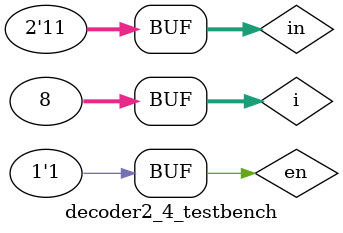
<source format=sv>
`timescale 1ns/10ps

module decoder2_4(en, in, out);
	output logic [3:0] out;
	input logic [1:0] in; 
	input logic en;
	
	logic [1:0] wires;
	
	//built 2:4 decoder from 3 1:2 decoders
	//1 1:2 to take in MSB of input and enable
	//2 1:2 to take in LSB of input and outputs of other decoder to make last output
	
	decoder1_2 d0 (.en(en), .in(in[1]), .out(wires[1:0]));
	
	decoder1_2 d1 (.en(wires[0]), .in(in[0]), .out(out[1:0]));
	decoder1_2 d2 (.en(wires[1]), .in(in[0]), .out(out[3:2]));
endmodule

module decoder2_4_testbench();
	logic [3:0] out;
	logic [1:0] in;
	logic en;
	
	decoder2_4 dut(.en, .in, .out);
	
	integer i;
	initial begin
		for (i = 0; i < 2**3; i++) begin
			{en, in} = i; #10;
		end
	end
endmodule
	
</source>
